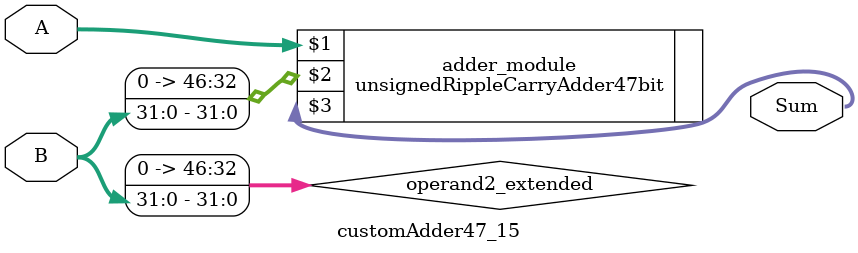
<source format=v>
module customAdder47_15(
                        input [46 : 0] A,
                        input [31 : 0] B,
                        
                        output [47 : 0] Sum
                );

        wire [46 : 0] operand2_extended;
        
        assign operand2_extended =  {15'b0, B};
        
        unsignedRippleCarryAdder47bit adder_module(
            A,
            operand2_extended,
            Sum
        );
        
        endmodule
        
</source>
